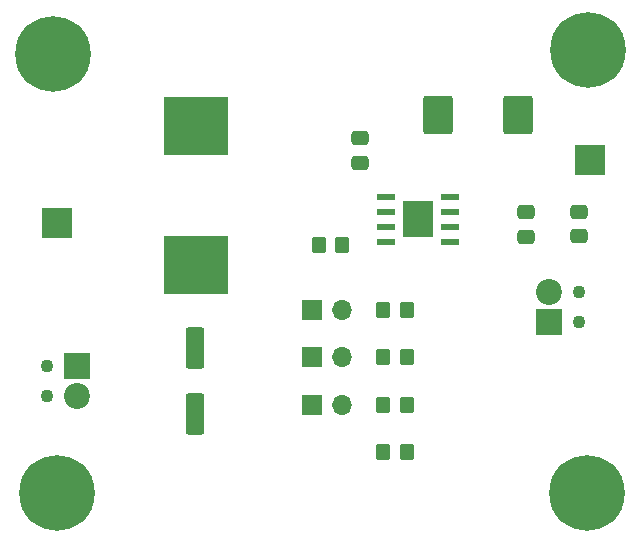
<source format=gbr>
%TF.GenerationSoftware,KiCad,Pcbnew,7.0.1*%
%TF.CreationDate,2023-04-21T16:13:52+02:00*%
%TF.ProjectId,sistabossen,73697374-6162-46f7-9373-656e2e6b6963,rev?*%
%TF.SameCoordinates,Original*%
%TF.FileFunction,Soldermask,Top*%
%TF.FilePolarity,Negative*%
%FSLAX46Y46*%
G04 Gerber Fmt 4.6, Leading zero omitted, Abs format (unit mm)*
G04 Created by KiCad (PCBNEW 7.0.1) date 2023-04-21 16:13:52*
%MOMM*%
%LPD*%
G01*
G04 APERTURE LIST*
G04 Aperture macros list*
%AMRoundRect*
0 Rectangle with rounded corners*
0 $1 Rounding radius*
0 $2 $3 $4 $5 $6 $7 $8 $9 X,Y pos of 4 corners*
0 Add a 4 corners polygon primitive as box body*
4,1,4,$2,$3,$4,$5,$6,$7,$8,$9,$2,$3,0*
0 Add four circle primitives for the rounded corners*
1,1,$1+$1,$2,$3*
1,1,$1+$1,$4,$5*
1,1,$1+$1,$6,$7*
1,1,$1+$1,$8,$9*
0 Add four rect primitives between the rounded corners*
20,1,$1+$1,$2,$3,$4,$5,0*
20,1,$1+$1,$4,$5,$6,$7,0*
20,1,$1+$1,$6,$7,$8,$9,0*
20,1,$1+$1,$8,$9,$2,$3,0*%
G04 Aperture macros list end*
%ADD10R,1.550000X0.600000*%
%ADD11R,2.600000X3.100000*%
%ADD12RoundRect,0.250000X-0.475000X0.337500X-0.475000X-0.337500X0.475000X-0.337500X0.475000X0.337500X0*%
%ADD13C,1.100000*%
%ADD14R,2.200000X2.200000*%
%ADD15C,2.200000*%
%ADD16R,1.700000X1.700000*%
%ADD17O,1.700000X1.700000*%
%ADD18RoundRect,0.250000X0.475000X-0.337500X0.475000X0.337500X-0.475000X0.337500X-0.475000X-0.337500X0*%
%ADD19RoundRect,0.250000X-0.350000X-0.450000X0.350000X-0.450000X0.350000X0.450000X-0.350000X0.450000X0*%
%ADD20RoundRect,0.250000X-0.550000X1.500000X-0.550000X-1.500000X0.550000X-1.500000X0.550000X1.500000X0*%
%ADD21R,2.500000X2.500000*%
%ADD22C,0.800000*%
%ADD23C,6.400000*%
%ADD24RoundRect,0.250000X0.350000X0.450000X-0.350000X0.450000X-0.350000X-0.450000X0.350000X-0.450000X0*%
%ADD25R,5.400000X4.900000*%
%ADD26RoundRect,0.250000X-1.000000X1.400000X-1.000000X-1.400000X1.000000X-1.400000X1.000000X1.400000X0*%
G04 APERTURE END LIST*
D10*
%TO.C,U1*%
X99200000Y-56092056D03*
X99200000Y-57362056D03*
X99200000Y-58632056D03*
X99200000Y-59902056D03*
X104600000Y-59902056D03*
X104600000Y-58632056D03*
X104600000Y-57362056D03*
X104600000Y-56092056D03*
D11*
X101900000Y-57997056D03*
%TD*%
D12*
%TO.C,C4*%
X115500000Y-57375000D03*
X115500000Y-59450000D03*
%TD*%
D13*
%TO.C,J2*%
X70460000Y-70427056D03*
X70460000Y-72967056D03*
D14*
X73000000Y-70427056D03*
D15*
X73000000Y-72967056D03*
%TD*%
D16*
%TO.C,J3*%
X92960000Y-65697056D03*
D17*
X95500000Y-65697056D03*
%TD*%
D16*
%TO.C,J5*%
X92960000Y-73697056D03*
D17*
X95500000Y-73697056D03*
%TD*%
D12*
%TO.C,C1*%
X111000000Y-57412500D03*
X111000000Y-59487500D03*
%TD*%
D16*
%TO.C,J4*%
X92960000Y-69697056D03*
D17*
X95500000Y-69697056D03*
%TD*%
D13*
%TO.C,J1*%
X115500000Y-66737056D03*
X115500000Y-64197056D03*
D14*
X112960000Y-66737056D03*
D15*
X112960000Y-64197056D03*
%TD*%
D18*
%TO.C,C2*%
X97000000Y-53234556D03*
X97000000Y-51159556D03*
%TD*%
D19*
%TO.C,R4*%
X98960000Y-73697056D03*
X100960000Y-73697056D03*
%TD*%
%TO.C,R2*%
X98960000Y-65697056D03*
X100960000Y-65697056D03*
%TD*%
%TO.C,R3*%
X98960000Y-69697056D03*
X100960000Y-69697056D03*
%TD*%
D20*
%TO.C,C3*%
X83000000Y-68897056D03*
X83000000Y-74497056D03*
%TD*%
D21*
%TO.C,TP3*%
X71300000Y-58300000D03*
%TD*%
D22*
%TO.C,H3*%
X113797056Y-81197056D03*
X114500000Y-79500000D03*
X114500000Y-82894112D03*
X116197056Y-78797056D03*
D23*
X116197056Y-81197056D03*
D22*
X116197056Y-83597056D03*
X117894112Y-79500000D03*
X117894112Y-82894112D03*
X118597056Y-81197056D03*
%TD*%
D19*
%TO.C,R5*%
X98960000Y-77697056D03*
X100960000Y-77697056D03*
%TD*%
D24*
%TO.C,R1*%
X95500000Y-60197056D03*
X93500000Y-60197056D03*
%TD*%
D22*
%TO.C,H2*%
X113902944Y-43697056D03*
X114605888Y-42000000D03*
X114605888Y-45394112D03*
X116302944Y-41297056D03*
D23*
X116302944Y-43697056D03*
D22*
X116302944Y-46097056D03*
X118000000Y-42000000D03*
X118000000Y-45394112D03*
X118702944Y-43697056D03*
%TD*%
D21*
%TO.C,TP1*%
X116500000Y-53000000D03*
%TD*%
D22*
%TO.C,H1*%
X68600000Y-44000000D03*
X69302944Y-42302944D03*
X69302944Y-45697056D03*
X71000000Y-41600000D03*
D23*
X71000000Y-44000000D03*
D22*
X71000000Y-46400000D03*
X72697056Y-42302944D03*
X72697056Y-45697056D03*
X73400000Y-44000000D03*
%TD*%
D25*
%TO.C,L1*%
X83097056Y-50100000D03*
X83097056Y-61900000D03*
%TD*%
D26*
%TO.C,D1*%
X110400000Y-49197056D03*
X103600000Y-49197056D03*
%TD*%
D22*
%TO.C,H4*%
X68902944Y-81197056D03*
X69605888Y-79500000D03*
X69605888Y-82894112D03*
X71302944Y-78797056D03*
D23*
X71302944Y-81197056D03*
D22*
X71302944Y-83597056D03*
X73000000Y-79500000D03*
X73000000Y-82894112D03*
X73702944Y-81197056D03*
%TD*%
M02*

</source>
